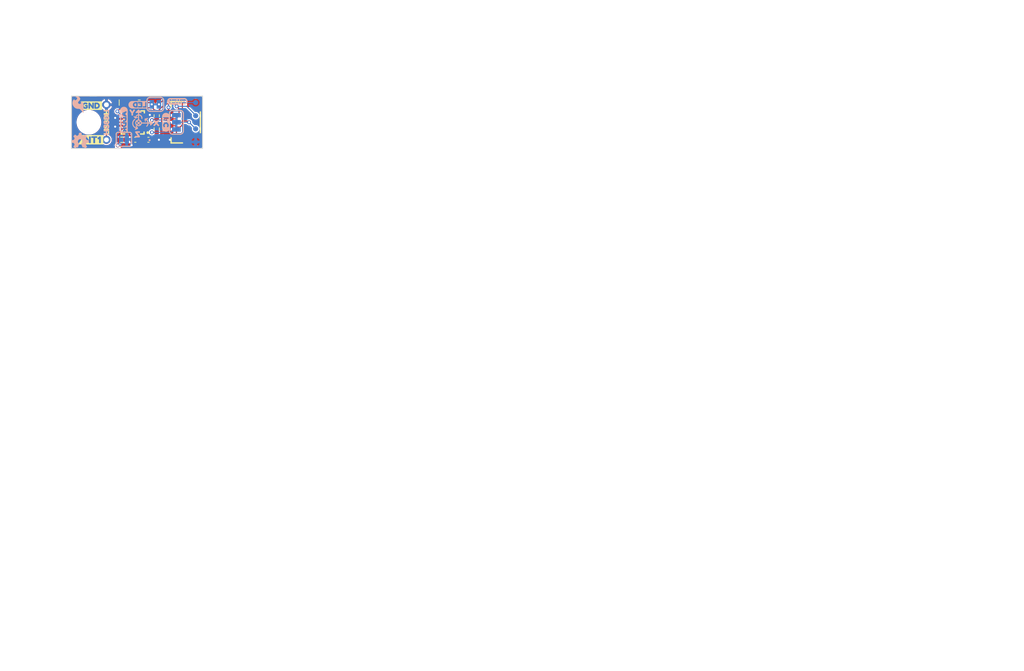
<source format=kicad_pcb>
(kicad_pcb (version 20241229) (generator "pcbnew") (generator_version "9.0")
  (title_block (title "SparkFun Triple Axis Accelerometer - LIS3DH") (date "2025-04-24") (rev "v10") (company "SparkFun Electronics") (comment 1 "Designed by: Elias Santistevan"))
  (layers (0 "F.Cu" signal) (2 "B.Cu" signal) (13 "F.Paste" user) (15 "B.Paste" user) (5 "F.SilkS" user "F.Silkscreen") (7 "B.SilkS" user "B.Silkscreen") (1 "F.Mask" user) (3 "B.Mask" user) (25 "Edge.Cuts" user))
  (net 0 "")
  (net 1 "3.3V")
  (net 2 "GND")
  (net 3 "Net-(D1-A)")
  (net 8 "Net-(JP1-A)")
  (net 9 "Net-(JP2-A)")
  (net 10 "Net-(JP2-C)")
  (net 11 "SDA")
  (net 12 "SCL")
  (net 13 "ADDR{slash}SDO")
  (net 14 "INT1")
  (footprint "SparkFun-Aesthetic:Fiducial_0.5mm_Mask1mm" (layer "F.Cu") (at 126.441 103.567)
    (property "Reference" "FID3")
    (property "Value" "Fiducial_0.5mm" (hide yes))
    (pad "" smd circle (at 0 0) (size 0.5 0.5) (layers "F.Cu" "F.Mask") (clearance 0.25))
  )
  (footprint "kibuzzard-68489829" (layer "F.Cu") (at 126.06 109.536)
    (property "Reference" "kibuzzard-68489829" (hide yes))
    (property "Value" "G***" (hide yes))
  )
  (footprint "SparkFun-Resistor:R_0402_1005Metric" (layer "F.Cu") (at 130.5685 109.536)
    (property "Reference" "R2" (hide yes))
    (property "Value" "10k" (hide yes))
    (pad "1" smd roundrect (at -0.51 0) (size 0.54 0.64) (layers "F.Cu" "F.Mask" "F.Paste") (net 13 "ADDR{slash}SDO"))
    (pad "2" smd roundrect (at 0.51 0) (size 0.54 0.64) (layers "F.Cu" "F.Mask" "F.Paste") (net 1 "3.3V"))
  )
  (footprint "SparkFun-Connector:1x01_1x1mm" (layer "F.Cu") (at 128.346 104.456 180)
    (property "Reference" "J5")
    (property "Value" "PTH_1x1mm")
    (pad "1" thru_hole circle (at 0 0 270) (size 1.2 1.2) (drill 0.7) (layers "*.Cu" "*.Mask") (net 2 "GND"))
  )
  (footprint "SparkFun-Connector:1x01_1x1mm" (layer "F.Cu") (at 128.346 109.536 180)
    (property "Reference" "J1")
    (property "Value" "PTH_1x1mm")
    (pad "1" thru_hole circle (at 0 0 270) (size 1.2 1.2) (drill 0.7) (layers "*.Cu" "*.Mask") (net 14 "INT1"))
  )
  (footprint "SparkFun-Resistor:R_0402_1005Metric" (layer "F.Cu") (at 133.1085 104.1385 180)
    (property "Reference" "R3" (hide yes))
    (property "Value" "4.7k" (hide yes))
    (pad "1" smd roundrect (at -0.51 0 180) (size 0.54 0.64) (layers "F.Cu" "F.Mask" "F.Paste") (net 8 "Net-(JP1-A)"))
    (pad "2" smd roundrect (at 0.51 0 180) (size 0.54 0.64) (layers "F.Cu" "F.Mask" "F.Paste") (net 3 "Net-(D1-A)"))
  )
  (footprint "SparkFun-Resistor:R_0402_1005Metric" (layer "F.Cu") (at 135.6485 106.0435 -90)
    (property "Reference" "R1" (hide yes))
    (property "Value" "2.2k" (hide yes))
    (pad "1" smd roundrect (at -0.51 0 270) (size 0.54 0.64) (layers "F.Cu" "F.Mask" "F.Paste") (net 11 "SDA"))
    (pad "2" smd roundrect (at 0.51 0 270) (size 0.54 0.64) (layers "F.Cu" "F.Mask" "F.Paste") (net 10 "Net-(JP2-C)"))
  )
  (footprint "SparkFun-LED:LED_0402_1005Metric_Red" (layer "F.Cu") (at 131.2035 104.1385)
    (property "Reference" "D1")
    (property "Value" "Red")
    (pad "1" smd roundrect (at -0.485 0) (size 0.59 0.64) (layers "F.Cu" "F.Mask" "F.Paste") (net 2 "GND"))
    (pad "2" smd roundrect (at 0.485 0) (size 0.59 0.64) (layers "F.Cu" "F.Mask" "F.Paste") (net 3 "Net-(D1-A)"))
  )
  (footprint "SparkFun-Aesthetic:Fiducial_0.5mm_Mask1mm" (layer "F.Cu") (at 139.395 109.409)
    (property "Reference" "FID4" (hide yes))
    (property "Value" "Fiducial_0.5mm")
    (pad "" smd circle (at 0 0) (size 0.5 0.5) (layers "F.Cu" "F.Mask") (clearance 0.25))
  )
  (footprint "SparkFun-Capacitor:C_0402_1005Metric" (layer "F.Cu") (at 132.537 109.536 180)
    (property "Reference" "C3")
    (property "Value" "0.1uF")
    (pad "1" smd roundrect (at -0.48 0 180) (size 0.56 0.62) (layers "F.Cu" "F.Mask" "F.Paste") (net 1 "3.3V"))
    (pad "2" smd roundrect (at 0.48 0 180) (size 0.56 0.62) (layers "F.Cu" "F.Mask" "F.Paste") (net 2 "GND"))
  )
  (footprint "SparkFun-Sensor:ST_LGA-16_3x3mm_P0.5mm_5x3" (layer "F.Cu") (at 132.156 106.996 180)
    (property "Reference" "U1")
    (property "Value" "LIS3DH")
    (pad "1" smd rect (at -1.4 -1) (size 0.7 0.28) (layers "F.Cu" "F.Mask" "F.Paste") (net 1 "3.3V"))
    (pad "2" smd rect (at -1.4 -0.5 180) (size 0.7 0.28) (layers "F.Cu" "F.Mask" "F.Paste"))
    (pad "3" smd rect (at -1.4 0 180) (size 0.7 0.28) (layers "F.Cu" "F.Mask" "F.Paste"))
    (pad "4" smd rect (at -1.4 0.5 180) (size 0.7 0.28) (layers "F.Cu" "F.Mask" "F.Paste") (net 12 "SCL"))
    (pad "5" smd rect (at -1.4 1) (size 0.7 0.28) (layers "F.Cu" "F.Mask" "F.Paste") (net 2 "GND"))
    (pad "6" smd rect (at -0.5 1.4 270) (size 0.7 0.28) (layers "F.Cu" "F.Mask" "F.Paste") (net 11 "SDA"))
    (pad "7" smd rect (at 0 1.4 270) (size 0.7 0.28) (layers "F.Cu" "F.Mask" "F.Paste") (net 13 "ADDR{slash}SDO"))
    (pad "8" smd rect (at 0.5 1.4 270) (size 0.7 0.28) (layers "F.Cu" "F.Mask" "F.Paste"))
    (pad "9" smd rect (at 1.4 1) (size 0.7 0.28) (layers "F.Cu" "F.Mask" "F.Paste"))
    (pad "10" smd rect (at 1.4 0.5) (size 0.7 0.28) (layers "F.Cu" "F.Mask" "F.Paste") (net 2 "GND"))
    (pad "11" smd rect (at 1.4 0) (size 0.7 0.28) (layers "F.Cu" "F.Mask" "F.Paste") (net 14 "INT1"))
    (pad "12" smd rect (at 1.4 -0.5) (size 0.7 0.28) (layers "F.Cu" "F.Mask" "F.Paste") (net 2 "GND"))
    (pad "13" smd rect (at 1.4 -1) (size 0.7 0.28) (layers "F.Cu" "F.Mask" "F.Paste"))
    (pad "14" smd rect (at 0.5 -1.4 90) (size 0.7 0.28) (layers "F.Cu" "F.Mask" "F.Paste") (net 1 "3.3V"))
    (pad "15" smd rect (at 0 -1.4 90) (size 0.7 0.28) (layers "F.Cu" "F.Mask" "F.Paste"))
    (pad "16" smd rect (at -0.5 -1.4 90) (size 0.7 0.28) (layers "F.Cu" "F.Mask" "F.Paste"))
    (zone (net 0) (net_name "") (layers "F.Cu" "F.SilkS") (name "MEMs Keepout") (connect_pads (clearance 0)) (min_thickness 0.25)
      (keepout (tracks not_allowed) (vias not_allowed) (pads not_allowed) (copperpour not_allowed) (footprints allowed))
      (fill (thermal_gap 0.5) (thermal_bridge_width 0.5))
      (polygon (pts (xy 133.106 107.946) (xy 133.106 106.046) (xy 131.206 106.046) (xy 131.206 107.946)))
    )
  )
  (footprint "SparkFun-Connector:JST_SMD_1.0mm-4_Black" (layer "F.Cu") (at 137.3835 106.996 90)
    (property "Reference" "J2")
    (property "Value" "Qwiic_RA")
    (pad "1" smd rect (at -1.5 0 90) (size 0.6 1.35) (layers "F.Cu" "F.Mask" "F.Paste") (net 2 "GND"))
    (pad "2" smd rect (at -0.5 0 90) (size 0.6 1.35) (layers "F.Cu" "F.Mask" "F.Paste") (net 1 "3.3V"))
    (pad "3" smd rect (at 0.5 0 90) (size 0.6 1.35) (layers "F.Cu" "F.Mask" "F.Paste") (net 11 "SDA"))
    (pad "4" smd rect (at 1.5 0 90) (size 0.6 1.35) (layers "F.Cu" "F.Mask" "F.Paste") (net 12 "SCL"))
    (pad "NC1" smd rect (at 2.8 3.675 90) (size 1.2 2) (layers "F.Cu" "F.Mask" "F.Paste"))
    (pad "NC2" smd rect (at -2.8 3.675 90) (size 1.2 2) (layers "F.Cu" "F.Mask" "F.Paste"))
  )
  (footprint "SparkFun-Resistor:R_0402_1005Metric" (layer "F.Cu") (at 135.6485 107.9485 -90)
    (property "Reference" "R6")
    (property "Value" "2.2k")
    (pad "1" smd roundrect (at -0.51 0 270) (size 0.54 0.64) (layers "F.Cu" "F.Mask" "F.Paste") (net 12 "SCL"))
    (pad "2" smd roundrect (at 0.51 0 270) (size 0.54 0.64) (layers "F.Cu" "F.Mask" "F.Paste") (net 9 "Net-(JP2-A)"))
  )
  (footprint "kibuzzard-68489831" (layer "F.Cu") (at 126.187 104.583)
    (property "Reference" "kibuzzard-68489831" (hide yes))
    (property "Value" "G***" (hide yes))
  )
  (footprint "SparkFun-Aesthetic:Creative_Commons_License" (layer "F.Cu") (at 214.63 168.91)
    (property "Reference" "G4" (hide yes))
    (property "Value" "OSHW_Logo" (hide yes))
  )
  (footprint "SparkFun-Capacitor:C_0402_1005Metric" (layer "F.Cu") (at 134.442 109.536)
    (property "Reference" "C4")
    (property "Value" "10uF")
    (pad "1" smd roundrect (at -0.48 0) (size 0.56 0.62) (layers "F.Cu" "F.Mask" "F.Paste") (net 1 "3.3V"))
    (pad "2" smd roundrect (at 0.48 0) (size 0.56 0.62) (layers "F.Cu" "F.Mask" "F.Paste") (net 2 "GND"))
  )
  (footprint "SparkFun-Hardware:Standoff" (layer "F.Cu") (at 125.806 106.996)
    (property "Reference" "ST1")
    (property "Value" "Standoff" (hide yes))
    (pad "" np_thru_hole circle (at 0 0) (size 3.1 3.1) (drill 3.1) (layers "*.Cu" "*.Mask"))
  )
  (footprint "kibuzzard-6841DC10" (layer "F.Cu") (at 128.346 106.996 90)
    (property "Reference" "kibuzzard-6841DC10" (hide yes))
    (property "Value" "G***" (hide yes))
  )
  (footprint "SparkFun-Jumper:Jumper_2_NO" (layer "B.Cu") (at 130.886 109.4725 180)
    (property "Reference" "JP3" (hide yes))
    (property "Value" "ADDR" (hide yes))
    (pad "1" smd rect (at -0.4064 0 180) (size 0.635 1.27) (layers "B.Cu" "B.Mask") (net 2 "GND"))
    (pad "2" smd rect (at 0.4064 0 180) (size 0.635 1.27) (layers "B.Cu" "B.Mask") (net 13 "ADDR{slash}SDO"))
  )
  (footprint "SparkFun-Jumper:Jumper_3_NC-2_Trace" (layer "B.Cu") (at 138.506 106.996 90)
    (property "Reference" "JP2" (hide yes))
    (property "Value" "I2C" (hide yes))
    (fp_poly (pts (xy -0.7707 0.15) (xy -0.2707 0.15) (xy -0.2707 -0.15) (xy -0.7707 -0.15)) (fill yes) (layer "B.Cu"))
    (fp_poly (pts (xy 0.262 0.173) (xy 0.762 0.173) (xy 0.762 -0.127) (xy 0.262 -0.127)) (fill yes) (layer "B.Cu"))
    (pad "1" smd rect (at -1.0414 0 90) (size 0.6604 1.27) (layers "B.Cu" "B.Mask") (net 9 "Net-(JP2-A)"))
    (pad "2" smd rect (at 0 0 90) (size 0.6604 1.27) (layers "B.Cu" "B.Mask") (net 1 "3.3V"))
    (pad "3" smd rect (at 1.0414 0 270) (size 0.6604 1.27) (layers "B.Cu" "B.Mask") (net 10 "Net-(JP2-C)"))
  )
  (footprint "kibuzzard-685C52CC" (layer "B.Cu") (at 132.093033 105.572004 180)
    (property "Reference" "kibuzzard-685C52CC" (hide yes))
    (property "Value" "G***" (hide yes))
  )
  (footprint "SparkFun-Connector:TestPoint-0.75mm" (layer "B.Cu") (at 141.3 107.9485 180)
    (property "Reference" "TP7")
    (property "Value" "0.75mm")
    (pad "1" smd roundrect (at 0 0 180) (size 0.75 0.75) (layers "B.Cu" "B.Mask") (roundrect_rratio 0.5) (net 1 "3.3V"))
  )
  (footprint "SparkFun-Connector:TestPoint-0.75mm" (layer "B.Cu") (at 141.3 109.8535 180)
    (property "Reference" "TP8")
    (property "Value" "0.75mm")
    (pad "1" smd roundrect (at 0 0 180) (size 0.75 0.75) (layers "B.Cu" "B.Mask") (roundrect_rratio 0.5) (net 2 "GND"))
  )
  (footprint "SparkFun-Jumper:Jumper_2_NC_Trace" (layer "B.Cu") (at 135.4453 104.3925)
    (property "Reference" "JP1" (hide yes))
    (property "Value" "LED" (hide yes))
    (fp_poly (pts (xy -0.25 0.15) (xy 0.25 0.15) (xy 0.25 -0.15) (xy -0.25 -0.15)) (fill yes) (layer "B.Cu"))
    (pad "1" smd rect (at -0.5207 0) (size 0.6604 1.27) (layers "B.Cu" "B.Mask") (net 8 "Net-(JP1-A)"))
    (pad "2" smd rect (at 0.5207 0) (size 0.6604 1.27) (layers "B.Cu" "B.Mask") (net 1 "3.3V"))
  )
  (footprint "kibuzzard-685C52E1" (layer "B.Cu") (at 132.858462 108.747004 180)
    (property "Reference" "kibuzzard-685C52E1" (hide yes))
    (property "Value" "G***" (hide yes))
  )
  (footprint "SparkFun-Aesthetic:qwiic_3mm" (layer "B.Cu") (at 138.633 103.948 180)
    (property "Reference" "G***" (hide yes))
    (property "Value" "LOGO" (hide yes))
  )
  (footprint "SparkFun-Aesthetic:OSHW_Logo_2.5mm" (layer "B.Cu") (at 124.536 109.79 180)
    (property "Reference" "Ref**" (hide yes))
    (property "Value" "Val**" (hide yes))
  )
  (footprint "SparkFun-Connector:TestPoint-0.75mm" (layer "B.Cu") (at 141.3 106.0435 180)
    (property "Reference" "TP6")
    (property "Value" "0.75mm")
    (pad "1" smd roundrect (at 0 0 180) (size 0.75 0.75) (layers "B.Cu" "B.Mask") (roundrect_rratio 0.5) (net 11 "SDA"))
  )
  (footprint "SparkFun-Aesthetic:SparkFun_Flame_2.5mm" (layer "B.Cu") (at 124.2185 104.456 180)
    (property "Reference" "G***" (hide yes))
    (property "Value" "Flame" (hide yes))
  )
  (footprint "kibuzzard-6841DC42" (layer "B.Cu") (at 130.886 106.615 -90)
    (property "Reference" "kibuzzard-6841DC42" (hide yes))
    (property "Value" "G***" (hide yes))
  )
  (footprint "kibuzzard-685C51A0" (layer "B.Cu") (at 135.585533 107.111313)
    (property "Reference" "kibuzzard-685C51A0" (hide yes))
    (property "Value" "G***" (hide yes))
  )
  (footprint "kibuzzard-6841DC10" (layer "B.Cu") (at 128.346 106.996 -90)
    (property "Reference" "kibuzzard-6841DC10" (hide yes))
    (property "Value" "G***" (hide yes))
  )
  (footprint "SparkFun-Connector:TestPoint-0.75mm" (layer "B.Cu") (at 141.3 104.1385 180)
    (property "Reference" "TP5")
    (property "Value" "0.75mm")
    (pad "1" smd roundrect (at 0 0 180) (size 0.75 0.75) (layers "B.Cu" "B.Mask") (roundrect_rratio 0.5) (net 12 "SCL"))
  )
  (footprint "kibuzzard-6841DC9E" (layer "B.Cu") (at 136.982 106.996 -90)
    (property "Reference" "kibuzzard-6841DC9E" (hide yes))
    (property "Value" "G***" (hide yes))
  )
  (footprint "kibuzzard-6841DC70" (layer "B.Cu") (at 132.918 104.456 180)
    (property "Reference" "kibuzzard-6841DC70" (hide yes))
    (property "Value" "G***" (hide yes))
  )
  (gr_circle (center 134.609075 109.595288) (end 134.609075 109.595288) (stroke (width 0.15)) (fill no) (layer "B.SilkS"))
  (gr_line (start 132.778833 107.347025) (end 133.286833 106.839025) (stroke (width 0.15)) (layer "B.SilkS"))
  (gr_line (start 133.439233 107.108241) (end 135.046102 107.108724) (stroke (width 0.15)) (layer "B.SilkS"))
  (gr_arc (start 133.998033 106.534225) (mid 134.3785 106.996) (end 134.196003 107.565812) (stroke (width 0.15)) (layer "B.SilkS"))
  (gr_line (start 133.959214 106.558931) (end 133.998033 106.839025) (stroke (width 0.15)) (layer "B.SilkS"))
  (gr_line (start 132.572238 106.372383) (end 132.372433 106.178625) (stroke (width 0.15)) (layer "B.SilkS"))
  (gr_line (start 132.858459 107.854239) (end 132.651833 107.546013) (stroke (width 0.15)) (layer "B.SilkS"))
  (gr_line (start 132.572238 106.372383) (end 132.829633 106.280225) (stroke (width 0.15)) (layer "B.SilkS"))
  (gr_arc (start 132.572238 106.372383) (mid 133.06277 105.920551) (end 133.490033 106.432625) (stroke (width 0.15)) (layer "B.SilkS"))
  (gr_line (start 133.009408 106.680438) (end 133.010005 105.214813) (stroke (width 0.15)) (layer "B.SilkS"))
  (gr_line (start 133.993414 106.524431) (end 134.307453 106.442419) (stroke (width 0.15)) (layer "B.SilkS"))
  (gr_poly (pts (xy 135.046102 107.108724) (xy 134.760033 107.394793) (xy 134.760033 106.834813) (xy 134.772191 106.834813)) (stroke (width 0.15)) (fill yes) (layer "B.SilkS"))
  (gr_line (start 132.728033 106.788225) (end 133.236033 107.347025) (stroke (width 0.15)) (layer "B.SilkS"))
  (gr_line (start 132.858459 107.876739) (end 132.550233 108.025713) (stroke (width 0.15)) (layer "B.SilkS"))
  (gr_poly (pts (xy 133.010005 105.214813) (xy 133.363033 105.567841) (xy 132.654861 105.567841) (xy 132.651833 105.564813) (xy 133.001833 105.214813)) (stroke (width 0.15)) (fill yes) (layer "B.SilkS"))
  (gr_arc (start 132.858459 107.854239) (mid 132.193372 107.360282) (end 132.474033 106.580813) (stroke (width 0.15)) (layer "B.SilkS"))
  (gr_circle (center 133.009408 107.088813) (end 133.276408 107.397813) (stroke (width 0.15)) (fill no) (layer "B.SilkS"))
  (gr_rect (start 123.266 103.186) (end 142.316 110.806) (stroke (width 0.1)) (fill no) (layer "Edge.Cuts"))
  (segment (start 133.299 108.9756) (end 133.299 108.9675) (width 0.1524) (layer "F.Cu") (net 1))
  (segment (start 138.9886 103.7448) (end 139.3696 104.1258) (width 0.1524) (layer "F.Cu") (net 1))
  (segment (start 135.966 104.3925) (end 136.6137 103.7448) (width 0.1524) (layer "F.Cu") (net 1))
  (segment (start 138.506 109.9805) (end 138.252 110.2345) (width 0.1524) (layer "F.Cu") (net 1))
  (segment (start 138.506 107.6945) (end 138.506 109.9805) (width 0.1524) (layer "F.Cu") (net 1))
  (segment (start 138.252 110.2345) (end 134.188 110.2345) (width 0.1524) (layer "F.Cu") (net 1))
  (segment (start 137.3835 107.496) (end 138.3075 107.496) (width 0.1524) (layer "F.Cu") (net 1))
  (segment (start 140.1697 106.8182) (end 140.3475 106.996) (width 0.1524) (layer "F.Cu") (net 1))
  (segment (start 136.6137 103.7448) (end 138.9886 103.7448) (width 0.1524) (layer "F.Cu") (net 1))
  (segment (start 131.0785 109.534) (end 131.733925 108.878575) (width 0.1524) (layer "F.Cu") (net 1))
  (segment (start 133.4895 109.536) (end 133.017 109.536) (width 0.1524) (layer "F.Cu") (net 1))
  (segment (start 139.0267 107.6945) (end 138.506 107.6945) (width 0.1524) (layer "F.Cu") (net 1))
  (segment (start 133.962 110.0085) (end 134.188 110.2345) (width 0.1524) (layer "F.Cu") (net 1))
  (segment (start 139.3696 104.1258) (end 139.3696 106.8182) (width 0.1524) (layer "F.Cu") (net 1))
  (segment (start 139.3696 106.8182) (end 139.3696 107.3516) (width 0.1524) (layer "F.Cu") (net 1))
  (segment (start 139.3696 106.8182) (end 140.1697 106.8182) (width 0.1524) (layer "F.Cu") (net 1))
  (segment (start 133.0196 108.9756) (end 131.83095 108.9756) (width 0.1524) (layer "F.Cu") (net 1))
  (segment (start 138.3075 107.496) (end 138.506 107.6945) (width 0.1524) (layer "F.Cu") (net 1))
  (segment (start 139.3696 107.3516) (end 139.0267 107.6945) (width 0.1524) (layer "F.Cu") (net 1))
  (segment (start 133.017 109.536) (end 133.017 108.9782) (width 0.1524) (layer "F.Cu") (net 1))
  (segment (start 131.656 108.80065) (end 131.733925 108.878575) (width 0.1524) (layer "F.Cu") (net 1))
  (segment (start 131.83095 108.9756) (end 131.733925 108.878575) (width 0.1524) (layer "F.Cu") (net 1))
  (segment (start 133.556 108.7105) (end 133.556 107.996) (width 0.1524) (layer "F.Cu") (net 1))
  (segment (start 133.0196 108.9756) (end 133.299 108.9756) (width 0.1524) (layer "F.Cu") (net 1))
  (segment (start 131.656 108.396) (end 131.656 108.80065) (width 0.1524) (layer "F.Cu") (net 1))
  (segment (start 131.0785 109.536) (end 131.0785 109.534) (width 0.1524) (layer "F.Cu") (net 1))
  (segment (start 133.299 108.9675) (end 133.556 108.7105) (width 0.1524) (layer "F.Cu") (net 1))
  (segment (start 133.962 109.536) (end 133.962 110.0085) (width 0.1524) (layer "F.Cu") (net 1))
  (segment (start 133.017 108.9782) (end 133.0196 108.9756) (width 0.1524) (layer "F.Cu") (net 1))
  (segment (start 133.962 109.536) (end 133.4895 109.536) (width 0.1524) (layer "F.Cu") (net 1))
  (via (at 140.3475 106.996) (size 0.56) (drill 0.3) (layers "F.Cu" "B.Cu") (net 1))
  (via (at 135.966 104.3925) (size 0.56) (drill 0.3) (layers "F.Cu" "B.Cu") (net 1))
  (segment (start 140.3475 106.996) (end 140.03 106.996) (width 0.1524) (layer "B.Cu") (net 1))
  (segment (start 138.506 106.996) (end 140.03 106.996) (width 0.1524) (layer "B.Cu") (net 1))
  (segment (start 141.3 107.9485) (end 140.3475 106.996) (width 0.1524) (layer "B.Cu") (net 1))
  (via (at 135.966 109.536) (size 0.56) (drill 0.3) (layers "F.Cu" "B.Cu") (net 2))
  (via (at 132.0036 110.3234) (size 0.56) (drill 0.3) (layers "F.Cu" "B.Cu") (net 2))
  (via (at 129.616 107.631) (size 0.56) (drill 0.3) (layers "F.Cu" "B.Cu") (net 2))
  (via (at 129.616 106.361) (size 0.56) (drill 0.3) (layers "F.Cu" "B.Cu") (net 2))
  (via (at 134.649172 105.926431) (size 0.56) (drill 0.3) (layers "F.Cu" "B.Cu") (net 2))
  (via (at 137.5535 109.536) (size 0.56) (drill 0.3) (layers "F.Cu" "B.Cu") (net 2))
  (segment (start 132.5985 104.1385) (end 131.6885 104.1385) (width 0.1524) (layer "F.Cu") (net 3))
  (segment (start 134.6706 104.1385) (end 133.6185 104.1385) (width 0.1524) (layer "F.Cu") (net 8))
  (segment (start 134.9246 104.3925) (end 134.6706 104.1385) (width 0.1524) (layer "F.Cu") (net 8))
  (via (at 134.9246 104.3925) (size 0.56) (drill 0.3) (layers "F.Cu" "B.Cu") (net 8))
  (segment (start 135.6485 108.4585) (end 134.952 108.4585) (width 0.1524) (layer "F.Cu") (net 9))
  (segment (start 134.952 108.4585) (end 134.95 108.4565) (width 0.1524) (layer "F.Cu") (net 9))
  (via (at 134.95 108.4565) (size 0.56) (drill 0.3) (layers "F.Cu" "B.Cu") (net 9))
  (segment (start 134.95 108.4565) (end 137.6805 108.4565) (width 0.1524) (layer "B.Cu") (net 9))
  (segment (start 138.0996 108.0374) (end 138.506 108.0374) (width 0.1524) (layer "B.Cu") (net 9))
  (segment (start 137.6805 108.4565) (end 138.0996 108.0374) (width 0.1524) (layer "B.Cu") (net 9))
  (segment (start 135.6485 106.5535) (end 135.075 106.5535) (width 0.1524) (layer "F.Cu") (net 10))
  (segment (start 135.075 106.5535) (end 134.95 106.6785) (width 0.1524) (layer "F.Cu") (net 10))
  (via (at 134.95 106.6785) (size 0.56) (drill 0.3) (layers "F.Cu" "B.Cu") (net 10))
  (segment (start 137.5154 106.6658) (end 138.2266 105.9546) (width 0.1524) (layer "B.Cu") (net 10))
  (segment (start 134.9627 106.6658) (end 137.5154 106.6658) (width 0.1524) (layer "B.Cu") (net 10))
  (segment (start 134.95 106.6785) (end 134.9627 106.6658) (width 0.1524) (layer "B.Cu") (net 10))
  (segment (start 138.2266 105.9546) (end 138.506 105.9546) (width 0.1524) (layer "B.Cu") (net 10))
  (segment (start 138.887 106.0435) (end 138.887 105.0275) (width 0.1524) (layer "F.Cu") (net 11))
  (segment (start 132.656 105.13075) (end 132.88465 104.9021) (width 0.1524) (layer "F.Cu") (net 11))
  (segment (start 136.855 104.329) (end 135.6505 105.5335) (width 0.1524) (layer "F.Cu") (net 11))
  (segment (start 138.887 105.0275) (end 138.53775 104.67825) (width 0.1524) (layer "F.Cu") (net 11))
  (segment (start 135.6505 105.5335) (end 135.6485 105.5335) (width 0.1524) (layer "F.Cu") (net 11))
  (segment (start 132.656 105.596) (end 132.656 105.13075) (width 0.1524) (layer "F.Cu") (net 11))
  (segment (start 138.887 105.0275) (end 138.1885 104.329) (width 0.1524) (layer "F.Cu") (net 11))
  (segment (start 137.3835 106.496) (end 138.4345 106.496) (width 0.1524) (layer "F.Cu") (net 11))
  (segment (start 132.88465 104.9021) (end 135.0171 104.9021) (width 0.1524) (layer "F.Cu") (net 11))
  (segment (start 135.0171 104.9021) (end 135.6485 105.5335) (width 0.1524) (layer "F.Cu") (net 11))
  (segment (start 138.4345 106.496) (end 138.887 106.0435) (width 0.1524) (layer "F.Cu") (net 11))
  (segment (start 138.1885 104.329) (end 136.855 104.329) (width 0.1524) (layer "F.Cu") (net 11))
  (via (at 138.53775 104.67825) (size 0.56) (drill 0.3) (layers "F.Cu" "B.Cu") (net 11))
  (segment (start 141.3 105.98) (end 139.99825 104.67825) (width 0.1524) (layer "B.Cu") (net 11))
  (segment (start 141.3 106.0435) (end 141.3 105.98) (width 0.1524) (layer "B.Cu") (net 11))
  (segment (start 139.99825 104.67825) (end 138.53775 104.67825) (width 0.1524) (layer "B.Cu") (net 11))
  (segment (start 137.363 105.3035) (end 137.3835 105.324) (width 0.1524) (layer "F.Cu") (net 12))
  (segment (start 136.347 107.25) (end 136.347 105.7768) (width 0.1524) (layer "F.Cu") (net 12))
  (segment (start 135.6485 107.4385) (end 136.1585 107.4385) (width 0.1524) (layer "F.Cu") (net 12))
  (segment (start 136.1585 107.4385) (end 136.347 107.25) (width 0.1524) (layer "F.Cu") (net 12))
  (segment (start 134.0055 106.496) (end 133.556 106.496) (width 0.1524) (layer "F.Cu") (net 12))
  (segment (start 137.3835 105.324) (end 137.3835 105.496) (width 0.1524) (layer "F.Cu") (net 12))
  (segment (start 134.34675 107.18015) (end 134.34675 106.83725) (width 0.1524) (layer "F.Cu") (net 12))
  (segment (start 136.6278 105.496) (end 137.3835 105.496) (width 0.1524) (layer "F.Cu") (net 12))
  (segment (start 136.347 105.7768) (end 136.6278 105.496) (width 0.1524) (layer "F.Cu") (net 12))
  (segment (start 134.6051 107.4385) (end 134.34675 107.18015) (width 0.1524) (layer "F.Cu") (net 12))
  (segment (start 135.6485 107.4385) (end 134.6051 107.4385) (width 0.1524) (layer "F.Cu") (net 12))
  (segment (start 137.363 104.8376) (end 137.363 105.3035) (width 0.1524) (layer "F.Cu") (net 12))
  (segment (start 134.34675 106.83725) (end 134.0055 106.496) (width 0.1524) (layer "F.Cu") (net 12))
  (via (at 137.363 104.8376) (size 0.56) (drill 0.3) (layers "F.Cu" "B.Cu") (net 12))
  (segment (start 137.363 104.8376) (end 137.363 104.2528) (width 0.1524) (layer "B.Cu") (net 12))
  (segment (start 137.363 104.2528) (end 137.4773 104.1385) (width 0.1524) (layer "B.Cu") (net 12))
  (segment (start 137.4773 104.1385) (end 141.3 104.1385) (width 0.1524) (layer "B.Cu") (net 12))
  (segment (start 132.156 105.158336) (end 131.910864 104.9132) (width 0.1524) (layer "F.Cu") (net 13))
  (segment (start 132.156 105.596) (end 132.156 105.158336) (width 0.1524) (layer "F.Cu") (net 13))
  (segment (start 130.0585 109.536) (end 130.0585 110.3) (width 0.1524) (layer "F.Cu") (net 13))
  (segment (start 130.4288 104.9132) (end 129.9335 105.4085) (width 0.1524) (layer "F.Cu") (net 13))
  (segment (start 131.910864 104.9132) (end 130.4288 104.9132) (width 0.1524) (layer "F.Cu") (net 13))
  (segment (start 130.0585 110.3) (end 129.997 110.3615) (width 0.1524) (layer "F.Cu") (net 13))
  (via (at 129.9335 105.4085) (size 0.56) (drill 0.3) (layers "F.Cu" "B.Cu") (net 13))
  (via (at 129.997 110.3615) (size 0.56) (drill 0.3) (layers "F.Cu" "B.Cu") (net 13))
  (segment (start 130.4796 109.4725) (end 130.4796 105.9546) (width 0.1524) (layer "B.Cu") (net 13))
  (segment (start 129.997 110.3615) (end 130.3907 110.3615) (width 0.1524) (layer "B.Cu") (net 13))
  (segment (start 130.4796 110.2726) (end 130.4796 109.4725) (width 0.1524) (layer "B.Cu") (net 13))
  (segment (start 130.4796 105.9546) (end 129.9335 105.4085) (width 0.1524) (layer "B.Cu") (net 13))
  (segment (start 130.3907 110.3615) (end 130.4796 110.2726) (width 0.1524) (layer "B.Cu") (net 13))
  (segment (start 130.756 106.996) (end 129.2985 106.996) (width 0.1524) (layer "F.Cu") (net 14))
  (segment (start 128.346 107.9485) (end 128.346 109.536) (width 0.1524) (layer "F.Cu") (net 14))
  (segment (start 129.2985 106.996) (end 128.346 107.9485) (width 0.1524) (layer "F.Cu") (net 14))
  (zone (net 2) (net_name "GND") (layers "F.Cu" "B.Cu") (connect_pads (clearance 0.1778)) (min_thickness 0.25) (fill yes (thermal_gap 0.254) (thermal_bridge_width 0.4064))
    (polygon (pts (xy 123.266 110.806) (xy 123.266 103.186) (xy 142.316 103.186) (xy 142.316 110.806)))
  )
)
</source>
